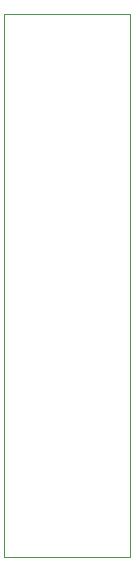
<source format=gbr>
%TF.GenerationSoftware,KiCad,Pcbnew,7.0.5-0*%
%TF.CreationDate,2024-07-23T14:26:58+02:00*%
%TF.ProjectId,JST_EH_2.5mm_ExtensionBoard,4a53545f-4548-45f3-922e-356d6d5f4578,rev?*%
%TF.SameCoordinates,Original*%
%TF.FileFunction,Profile,NP*%
%FSLAX46Y46*%
G04 Gerber Fmt 4.6, Leading zero omitted, Abs format (unit mm)*
G04 Created by KiCad (PCBNEW 7.0.5-0) date 2024-07-23 14:26:58*
%MOMM*%
%LPD*%
G01*
G04 APERTURE LIST*
%TA.AperFunction,Profile*%
%ADD10C,0.100000*%
%TD*%
G04 APERTURE END LIST*
D10*
X85852000Y-33020000D02*
X96520000Y-33020000D01*
X96520000Y-78994000D01*
X85852000Y-78994000D01*
X85852000Y-33020000D01*
M02*

</source>
